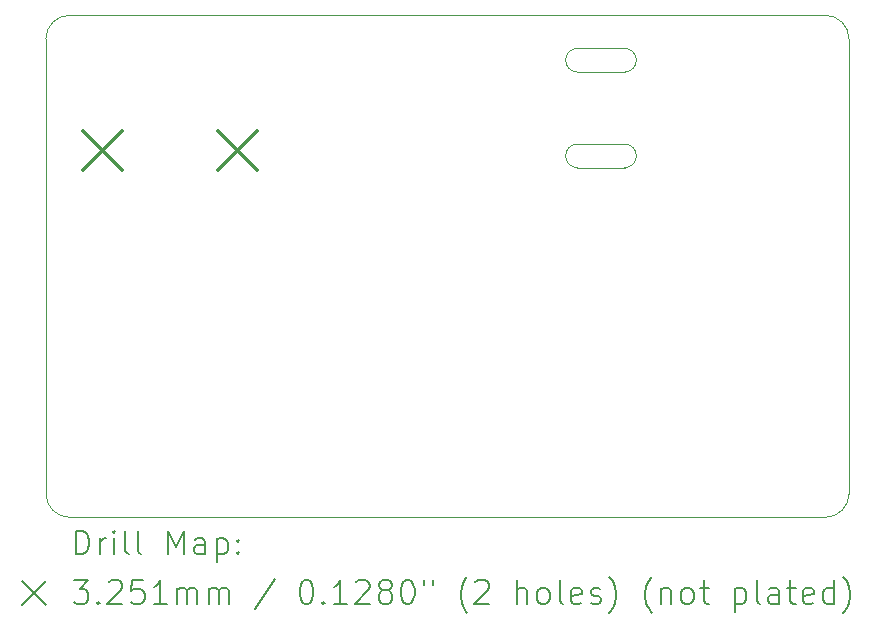
<source format=gbr>
%FSLAX45Y45*%
G04 Gerber Fmt 4.5, Leading zero omitted, Abs format (unit mm)*
G04 Created by KiCad (PCBNEW (6.0.0)) date 2022-05-10 23:48:08*
%MOMM*%
%LPD*%
G01*
G04 APERTURE LIST*
%TA.AperFunction,Profile*%
%ADD10C,0.050000*%
%TD*%
%ADD11C,0.200000*%
%ADD12C,0.325120*%
G04 APERTURE END LIST*
D10*
X15950110Y-8655360D02*
G75*
G03*
X15850110Y-8755360I0J-100000D01*
G01*
X18250110Y-8575360D02*
G75*
G03*
X18050110Y-8375360I-200000J0D01*
G01*
X16450110Y-8755360D02*
G75*
G03*
X16350110Y-8655360I-100000J0D01*
G01*
X16350110Y-8855360D02*
G75*
G03*
X16450110Y-8755360I0J100000D01*
G01*
X18050110Y-12625360D02*
G75*
G03*
X18250110Y-12425360I0J200000D01*
G01*
X16350110Y-8655360D02*
X15950110Y-8655360D01*
X11650110Y-12625360D02*
X18050110Y-12625360D01*
X18250110Y-8575360D02*
X18250110Y-12425360D01*
X16350110Y-9465360D02*
X15950110Y-9465360D01*
X11450110Y-12425360D02*
G75*
G03*
X11650110Y-12625360I200000J0D01*
G01*
X15950110Y-9465360D02*
G75*
G03*
X15850110Y-9565360I0J-100000D01*
G01*
X16350110Y-9665360D02*
G75*
G03*
X16450110Y-9565360I0J100000D01*
G01*
X11650110Y-8375360D02*
X18050110Y-8375360D01*
X15850110Y-9565360D02*
G75*
G03*
X15950110Y-9665360I100000J0D01*
G01*
X11450110Y-12425360D02*
X11450110Y-8575360D01*
X15950110Y-8855360D02*
X16350110Y-8855360D01*
X15950110Y-9665360D02*
X16350110Y-9665360D01*
X16450110Y-9565360D02*
G75*
G03*
X16350110Y-9465360I-100000J0D01*
G01*
X15850110Y-8755360D02*
G75*
G03*
X15950110Y-8855360I100000J0D01*
G01*
X11650110Y-8375360D02*
G75*
G03*
X11450110Y-8575360I0J-200000D01*
G01*
D11*
D12*
X11766050Y-9357800D02*
X12091170Y-9682920D01*
X12091170Y-9357800D02*
X11766050Y-9682920D01*
X12909050Y-9357800D02*
X13234170Y-9682920D01*
X13234170Y-9357800D02*
X12909050Y-9682920D01*
D11*
X11705229Y-12938336D02*
X11705229Y-12738336D01*
X11752848Y-12738336D01*
X11781419Y-12747860D01*
X11800467Y-12766908D01*
X11809991Y-12785955D01*
X11819515Y-12824050D01*
X11819515Y-12852622D01*
X11809991Y-12890717D01*
X11800467Y-12909765D01*
X11781419Y-12928812D01*
X11752848Y-12938336D01*
X11705229Y-12938336D01*
X11905229Y-12938336D02*
X11905229Y-12805003D01*
X11905229Y-12843098D02*
X11914753Y-12824050D01*
X11924277Y-12814527D01*
X11943324Y-12805003D01*
X11962372Y-12805003D01*
X12029038Y-12938336D02*
X12029038Y-12805003D01*
X12029038Y-12738336D02*
X12019515Y-12747860D01*
X12029038Y-12757384D01*
X12038562Y-12747860D01*
X12029038Y-12738336D01*
X12029038Y-12757384D01*
X12152848Y-12938336D02*
X12133800Y-12928812D01*
X12124277Y-12909765D01*
X12124277Y-12738336D01*
X12257610Y-12938336D02*
X12238562Y-12928812D01*
X12229038Y-12909765D01*
X12229038Y-12738336D01*
X12486181Y-12938336D02*
X12486181Y-12738336D01*
X12552848Y-12881193D01*
X12619515Y-12738336D01*
X12619515Y-12938336D01*
X12800467Y-12938336D02*
X12800467Y-12833574D01*
X12790943Y-12814527D01*
X12771896Y-12805003D01*
X12733800Y-12805003D01*
X12714753Y-12814527D01*
X12800467Y-12928812D02*
X12781419Y-12938336D01*
X12733800Y-12938336D01*
X12714753Y-12928812D01*
X12705229Y-12909765D01*
X12705229Y-12890717D01*
X12714753Y-12871669D01*
X12733800Y-12862146D01*
X12781419Y-12862146D01*
X12800467Y-12852622D01*
X12895705Y-12805003D02*
X12895705Y-13005003D01*
X12895705Y-12814527D02*
X12914753Y-12805003D01*
X12952848Y-12805003D01*
X12971896Y-12814527D01*
X12981419Y-12824050D01*
X12990943Y-12843098D01*
X12990943Y-12900241D01*
X12981419Y-12919288D01*
X12971896Y-12928812D01*
X12952848Y-12938336D01*
X12914753Y-12938336D01*
X12895705Y-12928812D01*
X13076658Y-12919288D02*
X13086181Y-12928812D01*
X13076658Y-12938336D01*
X13067134Y-12928812D01*
X13076658Y-12919288D01*
X13076658Y-12938336D01*
X13076658Y-12814527D02*
X13086181Y-12824050D01*
X13076658Y-12833574D01*
X13067134Y-12824050D01*
X13076658Y-12814527D01*
X13076658Y-12833574D01*
X11247610Y-13167860D02*
X11447610Y-13367860D01*
X11447610Y-13167860D02*
X11247610Y-13367860D01*
X11686181Y-13158336D02*
X11809991Y-13158336D01*
X11743324Y-13234527D01*
X11771896Y-13234527D01*
X11790943Y-13244050D01*
X11800467Y-13253574D01*
X11809991Y-13272622D01*
X11809991Y-13320241D01*
X11800467Y-13339288D01*
X11790943Y-13348812D01*
X11771896Y-13358336D01*
X11714753Y-13358336D01*
X11695705Y-13348812D01*
X11686181Y-13339288D01*
X11895705Y-13339288D02*
X11905229Y-13348812D01*
X11895705Y-13358336D01*
X11886181Y-13348812D01*
X11895705Y-13339288D01*
X11895705Y-13358336D01*
X11981419Y-13177384D02*
X11990943Y-13167860D01*
X12009991Y-13158336D01*
X12057610Y-13158336D01*
X12076658Y-13167860D01*
X12086181Y-13177384D01*
X12095705Y-13196431D01*
X12095705Y-13215479D01*
X12086181Y-13244050D01*
X11971896Y-13358336D01*
X12095705Y-13358336D01*
X12276658Y-13158336D02*
X12181419Y-13158336D01*
X12171896Y-13253574D01*
X12181419Y-13244050D01*
X12200467Y-13234527D01*
X12248086Y-13234527D01*
X12267134Y-13244050D01*
X12276658Y-13253574D01*
X12286181Y-13272622D01*
X12286181Y-13320241D01*
X12276658Y-13339288D01*
X12267134Y-13348812D01*
X12248086Y-13358336D01*
X12200467Y-13358336D01*
X12181419Y-13348812D01*
X12171896Y-13339288D01*
X12476658Y-13358336D02*
X12362372Y-13358336D01*
X12419515Y-13358336D02*
X12419515Y-13158336D01*
X12400467Y-13186908D01*
X12381419Y-13205955D01*
X12362372Y-13215479D01*
X12562372Y-13358336D02*
X12562372Y-13225003D01*
X12562372Y-13244050D02*
X12571896Y-13234527D01*
X12590943Y-13225003D01*
X12619515Y-13225003D01*
X12638562Y-13234527D01*
X12648086Y-13253574D01*
X12648086Y-13358336D01*
X12648086Y-13253574D02*
X12657610Y-13234527D01*
X12676658Y-13225003D01*
X12705229Y-13225003D01*
X12724277Y-13234527D01*
X12733800Y-13253574D01*
X12733800Y-13358336D01*
X12829038Y-13358336D02*
X12829038Y-13225003D01*
X12829038Y-13244050D02*
X12838562Y-13234527D01*
X12857610Y-13225003D01*
X12886181Y-13225003D01*
X12905229Y-13234527D01*
X12914753Y-13253574D01*
X12914753Y-13358336D01*
X12914753Y-13253574D02*
X12924277Y-13234527D01*
X12943324Y-13225003D01*
X12971896Y-13225003D01*
X12990943Y-13234527D01*
X13000467Y-13253574D01*
X13000467Y-13358336D01*
X13390943Y-13148812D02*
X13219515Y-13405955D01*
X13648086Y-13158336D02*
X13667134Y-13158336D01*
X13686181Y-13167860D01*
X13695705Y-13177384D01*
X13705229Y-13196431D01*
X13714753Y-13234527D01*
X13714753Y-13282146D01*
X13705229Y-13320241D01*
X13695705Y-13339288D01*
X13686181Y-13348812D01*
X13667134Y-13358336D01*
X13648086Y-13358336D01*
X13629038Y-13348812D01*
X13619515Y-13339288D01*
X13609991Y-13320241D01*
X13600467Y-13282146D01*
X13600467Y-13234527D01*
X13609991Y-13196431D01*
X13619515Y-13177384D01*
X13629038Y-13167860D01*
X13648086Y-13158336D01*
X13800467Y-13339288D02*
X13809991Y-13348812D01*
X13800467Y-13358336D01*
X13790943Y-13348812D01*
X13800467Y-13339288D01*
X13800467Y-13358336D01*
X14000467Y-13358336D02*
X13886181Y-13358336D01*
X13943324Y-13358336D02*
X13943324Y-13158336D01*
X13924277Y-13186908D01*
X13905229Y-13205955D01*
X13886181Y-13215479D01*
X14076658Y-13177384D02*
X14086181Y-13167860D01*
X14105229Y-13158336D01*
X14152848Y-13158336D01*
X14171896Y-13167860D01*
X14181419Y-13177384D01*
X14190943Y-13196431D01*
X14190943Y-13215479D01*
X14181419Y-13244050D01*
X14067134Y-13358336D01*
X14190943Y-13358336D01*
X14305229Y-13244050D02*
X14286181Y-13234527D01*
X14276658Y-13225003D01*
X14267134Y-13205955D01*
X14267134Y-13196431D01*
X14276658Y-13177384D01*
X14286181Y-13167860D01*
X14305229Y-13158336D01*
X14343324Y-13158336D01*
X14362372Y-13167860D01*
X14371896Y-13177384D01*
X14381419Y-13196431D01*
X14381419Y-13205955D01*
X14371896Y-13225003D01*
X14362372Y-13234527D01*
X14343324Y-13244050D01*
X14305229Y-13244050D01*
X14286181Y-13253574D01*
X14276658Y-13263098D01*
X14267134Y-13282146D01*
X14267134Y-13320241D01*
X14276658Y-13339288D01*
X14286181Y-13348812D01*
X14305229Y-13358336D01*
X14343324Y-13358336D01*
X14362372Y-13348812D01*
X14371896Y-13339288D01*
X14381419Y-13320241D01*
X14381419Y-13282146D01*
X14371896Y-13263098D01*
X14362372Y-13253574D01*
X14343324Y-13244050D01*
X14505229Y-13158336D02*
X14524277Y-13158336D01*
X14543324Y-13167860D01*
X14552848Y-13177384D01*
X14562372Y-13196431D01*
X14571896Y-13234527D01*
X14571896Y-13282146D01*
X14562372Y-13320241D01*
X14552848Y-13339288D01*
X14543324Y-13348812D01*
X14524277Y-13358336D01*
X14505229Y-13358336D01*
X14486181Y-13348812D01*
X14476658Y-13339288D01*
X14467134Y-13320241D01*
X14457610Y-13282146D01*
X14457610Y-13234527D01*
X14467134Y-13196431D01*
X14476658Y-13177384D01*
X14486181Y-13167860D01*
X14505229Y-13158336D01*
X14648086Y-13158336D02*
X14648086Y-13196431D01*
X14724277Y-13158336D02*
X14724277Y-13196431D01*
X15019515Y-13434527D02*
X15009991Y-13425003D01*
X14990943Y-13396431D01*
X14981419Y-13377384D01*
X14971896Y-13348812D01*
X14962372Y-13301193D01*
X14962372Y-13263098D01*
X14971896Y-13215479D01*
X14981419Y-13186908D01*
X14990943Y-13167860D01*
X15009991Y-13139288D01*
X15019515Y-13129765D01*
X15086181Y-13177384D02*
X15095705Y-13167860D01*
X15114753Y-13158336D01*
X15162372Y-13158336D01*
X15181419Y-13167860D01*
X15190943Y-13177384D01*
X15200467Y-13196431D01*
X15200467Y-13215479D01*
X15190943Y-13244050D01*
X15076658Y-13358336D01*
X15200467Y-13358336D01*
X15438562Y-13358336D02*
X15438562Y-13158336D01*
X15524277Y-13358336D02*
X15524277Y-13253574D01*
X15514753Y-13234527D01*
X15495705Y-13225003D01*
X15467134Y-13225003D01*
X15448086Y-13234527D01*
X15438562Y-13244050D01*
X15648086Y-13358336D02*
X15629038Y-13348812D01*
X15619515Y-13339288D01*
X15609991Y-13320241D01*
X15609991Y-13263098D01*
X15619515Y-13244050D01*
X15629038Y-13234527D01*
X15648086Y-13225003D01*
X15676658Y-13225003D01*
X15695705Y-13234527D01*
X15705229Y-13244050D01*
X15714753Y-13263098D01*
X15714753Y-13320241D01*
X15705229Y-13339288D01*
X15695705Y-13348812D01*
X15676658Y-13358336D01*
X15648086Y-13358336D01*
X15829038Y-13358336D02*
X15809991Y-13348812D01*
X15800467Y-13329765D01*
X15800467Y-13158336D01*
X15981419Y-13348812D02*
X15962372Y-13358336D01*
X15924277Y-13358336D01*
X15905229Y-13348812D01*
X15895705Y-13329765D01*
X15895705Y-13253574D01*
X15905229Y-13234527D01*
X15924277Y-13225003D01*
X15962372Y-13225003D01*
X15981419Y-13234527D01*
X15990943Y-13253574D01*
X15990943Y-13272622D01*
X15895705Y-13291669D01*
X16067134Y-13348812D02*
X16086181Y-13358336D01*
X16124277Y-13358336D01*
X16143324Y-13348812D01*
X16152848Y-13329765D01*
X16152848Y-13320241D01*
X16143324Y-13301193D01*
X16124277Y-13291669D01*
X16095705Y-13291669D01*
X16076658Y-13282146D01*
X16067134Y-13263098D01*
X16067134Y-13253574D01*
X16076658Y-13234527D01*
X16095705Y-13225003D01*
X16124277Y-13225003D01*
X16143324Y-13234527D01*
X16219515Y-13434527D02*
X16229038Y-13425003D01*
X16248086Y-13396431D01*
X16257610Y-13377384D01*
X16267134Y-13348812D01*
X16276658Y-13301193D01*
X16276658Y-13263098D01*
X16267134Y-13215479D01*
X16257610Y-13186908D01*
X16248086Y-13167860D01*
X16229038Y-13139288D01*
X16219515Y-13129765D01*
X16581419Y-13434527D02*
X16571896Y-13425003D01*
X16552848Y-13396431D01*
X16543324Y-13377384D01*
X16533800Y-13348812D01*
X16524277Y-13301193D01*
X16524277Y-13263098D01*
X16533800Y-13215479D01*
X16543324Y-13186908D01*
X16552848Y-13167860D01*
X16571896Y-13139288D01*
X16581419Y-13129765D01*
X16657610Y-13225003D02*
X16657610Y-13358336D01*
X16657610Y-13244050D02*
X16667134Y-13234527D01*
X16686181Y-13225003D01*
X16714753Y-13225003D01*
X16733800Y-13234527D01*
X16743324Y-13253574D01*
X16743324Y-13358336D01*
X16867134Y-13358336D02*
X16848086Y-13348812D01*
X16838562Y-13339288D01*
X16829039Y-13320241D01*
X16829039Y-13263098D01*
X16838562Y-13244050D01*
X16848086Y-13234527D01*
X16867134Y-13225003D01*
X16895705Y-13225003D01*
X16914753Y-13234527D01*
X16924277Y-13244050D01*
X16933800Y-13263098D01*
X16933800Y-13320241D01*
X16924277Y-13339288D01*
X16914753Y-13348812D01*
X16895705Y-13358336D01*
X16867134Y-13358336D01*
X16990943Y-13225003D02*
X17067134Y-13225003D01*
X17019515Y-13158336D02*
X17019515Y-13329765D01*
X17029039Y-13348812D01*
X17048086Y-13358336D01*
X17067134Y-13358336D01*
X17286181Y-13225003D02*
X17286181Y-13425003D01*
X17286181Y-13234527D02*
X17305229Y-13225003D01*
X17343324Y-13225003D01*
X17362372Y-13234527D01*
X17371896Y-13244050D01*
X17381420Y-13263098D01*
X17381420Y-13320241D01*
X17371896Y-13339288D01*
X17362372Y-13348812D01*
X17343324Y-13358336D01*
X17305229Y-13358336D01*
X17286181Y-13348812D01*
X17495705Y-13358336D02*
X17476658Y-13348812D01*
X17467134Y-13329765D01*
X17467134Y-13158336D01*
X17657610Y-13358336D02*
X17657610Y-13253574D01*
X17648086Y-13234527D01*
X17629039Y-13225003D01*
X17590943Y-13225003D01*
X17571896Y-13234527D01*
X17657610Y-13348812D02*
X17638562Y-13358336D01*
X17590943Y-13358336D01*
X17571896Y-13348812D01*
X17562372Y-13329765D01*
X17562372Y-13310717D01*
X17571896Y-13291669D01*
X17590943Y-13282146D01*
X17638562Y-13282146D01*
X17657610Y-13272622D01*
X17724277Y-13225003D02*
X17800467Y-13225003D01*
X17752848Y-13158336D02*
X17752848Y-13329765D01*
X17762372Y-13348812D01*
X17781420Y-13358336D01*
X17800467Y-13358336D01*
X17943324Y-13348812D02*
X17924277Y-13358336D01*
X17886181Y-13358336D01*
X17867134Y-13348812D01*
X17857610Y-13329765D01*
X17857610Y-13253574D01*
X17867134Y-13234527D01*
X17886181Y-13225003D01*
X17924277Y-13225003D01*
X17943324Y-13234527D01*
X17952848Y-13253574D01*
X17952848Y-13272622D01*
X17857610Y-13291669D01*
X18124277Y-13358336D02*
X18124277Y-13158336D01*
X18124277Y-13348812D02*
X18105229Y-13358336D01*
X18067134Y-13358336D01*
X18048086Y-13348812D01*
X18038562Y-13339288D01*
X18029039Y-13320241D01*
X18029039Y-13263098D01*
X18038562Y-13244050D01*
X18048086Y-13234527D01*
X18067134Y-13225003D01*
X18105229Y-13225003D01*
X18124277Y-13234527D01*
X18200467Y-13434527D02*
X18209991Y-13425003D01*
X18229039Y-13396431D01*
X18238562Y-13377384D01*
X18248086Y-13348812D01*
X18257610Y-13301193D01*
X18257610Y-13263098D01*
X18248086Y-13215479D01*
X18238562Y-13186908D01*
X18229039Y-13167860D01*
X18209991Y-13139288D01*
X18200467Y-13129765D01*
M02*

</source>
